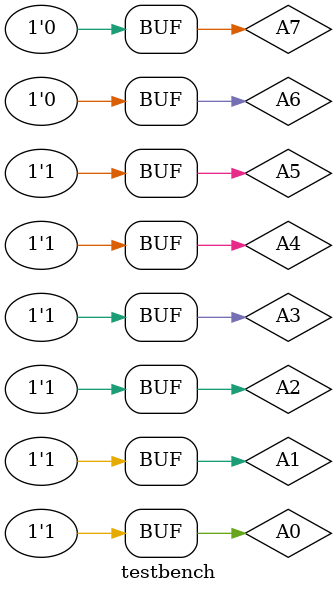
<source format=v>
module odd_parity (A0, A1, A2, A3, A4, A5, A6, A7, Z);
  	input A0, A1, A2, A3, A4, A5, A6, A7;
  	output Z;
  
  	wire w1, w2, w3, w4, w5, w6, w7;
 	xor G1 (w1, A0, A1); 
  	xor G2 (w2, A2, A3);
  	xor G3 (w3, A4, A5);
  	xor G4 (w4, A6, A7);
	xor G5 (w5, w1, w2);
  	xor G6 (w6, w3, w4);
  	xor G7 (w7, w5, w6);
  	not G8 (Z, w7);
endmodule

module testbench;

  	reg A0, A1, A2, A3, A4, A5, A6, A7;
  	wire Z;
  	odd_parity test(A0, A1, A2, A3, A4, A5, A6, A7, Z);
  
  	initial 
		begin
   			    A0=1'b0;A1=1'b0;A2=1'b0;A3=1'b0;A4=1'b0;A5=1'b0;A6=1'b0;A7=1'b0;
   			#10 A0=1'b1;A1=1'b0;A2=1'b0;A3=1'b0;A4=1'b0;A5=1'b0;A6=1'b0;A7=1'b0;
   			#10 A0=1'b1;A1=1'b1;A2=1'b0;A3=1'b0;A4=1'b0;A5=1'b0;A6=1'b0;A7=1'b0;
    			#10 A0=1'b1;A1=1'b1;A2=1'b1;A3=1'b0;A4=1'b0;A5=1'b0;A6=1'b0;A7=1'b0;
    			#10 A0=1'b1;A1=1'b1;A2=1'b1;A3=1'b1;A4=1'b0;A5=1'b0;A6=1'b0;A7=1'b0;
			#10 A0=1'b1;A1=1'b1;A2=1'b1;A3=1'b1;A4=1'b1;A5=1'b0;A6=1'b0;A7=1'b0;
    			#10 A0=1'b1;A1=1'b1;A2=1'b1;A3=1'b1;A4=1'b1;A5=1'b1;A6=1'b0;A7=1'b0;
 		end
  
endmodule

</source>
